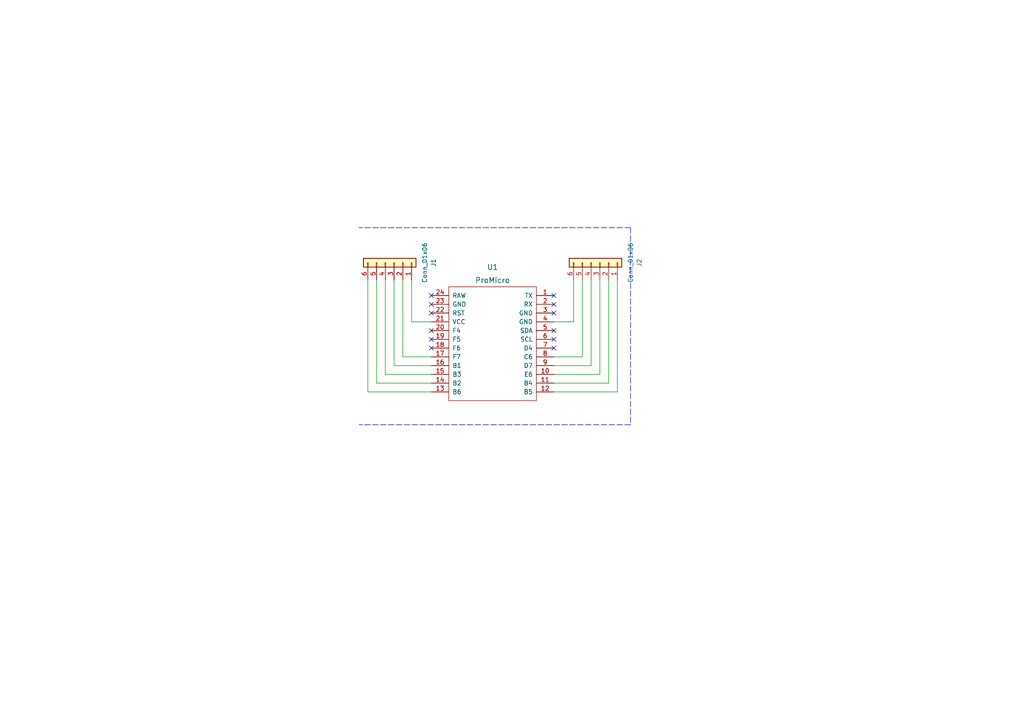
<source format=kicad_sch>
(kicad_sch (version 20211123) (generator eeschema)
  (paper "A4")
  (lib_symbols
    (symbol "Connector_Generic:Conn_01x06" (pin_names (offset 1.016) hide)
      (property "Reference" "J" (at 0 7.62 0))
      (property "Value" "Conn_01x06" (at 0 -10.16 0))
      (symbol "Conn_01x06_1_1"
        (rectangle (start -1.27 -7.493) (end 0 -7.747) (stroke (width 0.1524)))
        (rectangle (start -1.27 -4.953) (end 0 -5.207) (stroke (width 0.1524)))
        (rectangle (start -1.27 -2.413) (end 0 -2.667) (stroke (width 0.1524)))
        (rectangle (start -1.27 0.127) (end 0 -0.127) (stroke (width 0.1524)))
        (rectangle (start -1.27 2.667) (end 0 2.413) (stroke (width 0.1524)))
        (rectangle (start -1.27 5.207) (end 0 4.953) (stroke (width 0.1524)))
        (rectangle (start -1.27 6.35) (end 1.27 -8.89) (stroke (width 0.254)) (fill (type background)))
        (pin passive line (at -5.08 5.08 0) (length 3.81) (name "Pin_1") (number "1"))
        (pin passive line (at -5.08 2.54 0) (length 3.81) (name "Pin_2") (number "2"))
        (pin passive line (at -5.08 0 0) (length 3.81) (name "Pin_3") (number "3"))
        (pin passive line (at -5.08 -2.54 0) (length 3.81) (name "Pin_4") (number "4"))
        (pin passive line (at -5.08 -5.08 0) (length 3.81) (name "Pin_5") (number "5"))
        (pin passive line (at -5.08 -7.62 0) (length 3.81) (name "Pin_6") (number "6"))
      )
    )
    (symbol "Creadas:ProMicro" (pin_names (offset 1.016))
      (property "Reference" "U" (at 0 24.13 0))
      (property "Value" "ProMicro" (at 0 -13.97 0))
      (symbol "ProMicro_0_1"
        (rectangle (start -12.7 21.59) (end 12.7 -11.43))
      )
      (symbol "ProMicro_1_1"
        (pin bidirectional line (at -17.78 19.05 0) (length 5.08) (name "TX") (number "1"))
        (pin bidirectional line (at -17.78 -3.81 0) (length 5.08) (name "E6") (number "10"))
        (pin bidirectional line (at -17.78 -6.35 0) (length 5.08) (name "B4") (number "11"))
        (pin bidirectional line (at -17.78 -8.89 0) (length 5.08) (name "B5") (number "12"))
        (pin bidirectional line (at 17.78 -8.89 180) (length 5.08) (name "B6") (number "13"))
        (pin bidirectional line (at 17.78 -6.35 180) (length 5.08) (name "B2") (number "14"))
        (pin bidirectional line (at 17.78 -3.81 180) (length 5.08) (name "B3") (number "15"))
        (pin bidirectional line (at 17.78 -1.27 180) (length 5.08) (name "B1") (number "16"))
        (pin bidirectional line (at 17.78 1.27 180) (length 5.08) (name "F7") (number "17"))
        (pin bidirectional line (at 17.78 3.81 180) (length 5.08) (name "F6") (number "18"))
        (pin bidirectional line (at 17.78 6.35 180) (length 5.08) (name "F5") (number "19"))
        (pin bidirectional line (at -17.78 16.51 0) (length 5.08) (name "RX") (number "2"))
        (pin bidirectional line (at 17.78 8.89 180) (length 5.08) (name "F4") (number "20"))
        (pin power_in line (at 17.78 11.43 180) (length 5.08) (name "VCC") (number "21"))
        (pin input line (at 17.78 13.97 180) (length 5.08) (name "RST") (number "22"))
        (pin power_in line (at 17.78 16.51 180) (length 5.08) (name "GND") (number "23"))
        (pin power_out line (at 17.78 19.05 180) (length 5.08) (name "RAW") (number "24"))
        (pin power_in line (at -17.78 13.97 0) (length 5.08) (name "GND") (number "3"))
        (pin power_in line (at -17.78 11.43 0) (length 5.08) (name "GND") (number "4"))
        (pin bidirectional line (at -17.78 8.89 0) (length 5.08) (name "SDA") (number "5"))
        (pin bidirectional line (at -17.78 6.35 0) (length 5.08) (name "SCL") (number "6"))
        (pin bidirectional line (at -17.78 3.81 0) (length 5.08) (name "D4") (number "7"))
        (pin bidirectional line (at -17.78 1.27 0) (length 5.08) (name "C6") (number "8"))
        (pin bidirectional line (at -17.78 -1.27 0) (length 5.08) (name "D7") (number "9"))
      )
    )
  )
  (no_connect (at 160.655 85.725))
  (no_connect (at 125.095 85.725))
  (no_connect (at 160.655 100.965))
  (no_connect (at 160.655 88.265))
  (no_connect (at 160.655 98.425))
  (no_connect (at 160.655 95.885))
  (no_connect (at 125.095 100.965))
  (no_connect (at 125.095 98.425))
  (no_connect (at 125.095 95.885))
  (no_connect (at 125.095 90.805))
  (no_connect (at 125.095 88.265))
  (no_connect (at 160.655 90.805))
  (wire (pts (xy 125.095 108.585) (xy 111.76 108.585)))
  (wire (pts (xy 119.38 93.345) (xy 125.095 93.345)))
  (wire (pts (xy 109.22 81.28) (xy 109.22 111.125)))
  (wire (pts (xy 173.99 81.28) (xy 173.99 108.585)))
  (wire (pts (xy 109.22 111.125) (xy 125.095 111.125)))
  (polyline (pts (xy 182.88 123.19) (xy 104.14 123.19)))
  (wire (pts (xy 119.38 81.28) (xy 119.38 93.345)))
  (polyline (pts (xy 182.88 66.04) (xy 182.88 123.19)))
  (wire (pts (xy 168.91 103.505) (xy 160.655 103.505)))
  (wire (pts (xy 176.53 111.125) (xy 176.53 81.28)))
  (wire (pts (xy 166.37 93.345) (xy 160.655 93.345)))
  (wire (pts (xy 179.07 113.665) (xy 160.655 113.665)))
  (wire (pts (xy 166.37 81.28) (xy 166.37 93.345)))
  (wire (pts (xy 125.095 103.505) (xy 116.84 103.505)))
  (wire (pts (xy 106.68 81.28) (xy 106.68 113.665)))
  (wire (pts (xy 168.91 81.28) (xy 168.91 103.505)))
  (wire (pts (xy 111.76 108.585) (xy 111.76 81.28)))
  (polyline (pts (xy 182.88 66.04) (xy 104.14 66.04)))
  (wire (pts (xy 114.3 81.28) (xy 114.3 106.045)))
  (wire (pts (xy 160.655 111.125) (xy 176.53 111.125)))
  (wire (pts (xy 173.99 108.585) (xy 160.655 108.585)))
  (wire (pts (xy 179.07 81.28) (xy 179.07 113.665)))
  (wire (pts (xy 171.45 106.045) (xy 171.45 81.28)))
  (wire (pts (xy 114.3 106.045) (xy 125.095 106.045)))
  (wire (pts (xy 160.655 106.045) (xy 171.45 106.045)))
  (wire (pts (xy 125.095 113.665) (xy 106.68 113.665)))
  (wire (pts (xy 116.84 103.505) (xy 116.84 81.28)))
  (symbol (lib_id "Connector_Generic:Conn_01x06") (at 114.3 76.2 270) (mirror x) (unit 1)
    (property "Reference" "J1" (at 125.73 76.2 0))
    (property "Value" "Conn_01x06" (at 123.19 76.2 0))
    (property "Footprint" "Creadas:PinHeader_1x06_P2.54mm_Vertical" (effects hide))
  )
  (symbol (lib_id "Connector_Generic:Conn_01x06") (at 173.99 76.2 270) (mirror x) (unit 1)
    (property "Reference" "J2" (at 185.42 76.2 0))
    (property "Value" "Conn_01x06" (at 182.88 76.2 0))
    (property "Footprint" "Creadas:PinHeader_1x06_P2.54mm_Vertical" (effects hide))
  )
  (symbol (lib_id "Creadas:ProMicro") (at 142.875 104.775 0) (mirror y) (unit 1)
    (property "Reference" "U1" (at 142.875 77.47 0) (effects (font (size 1.524 1.524))))
    (property "Value" "ProMicro" (at 142.875 81.28 0) (effects (font (size 1.524 1.524))))
    (property "Footprint" "Creadas:ProMicro" (effects hide))
  )
)
</source>
